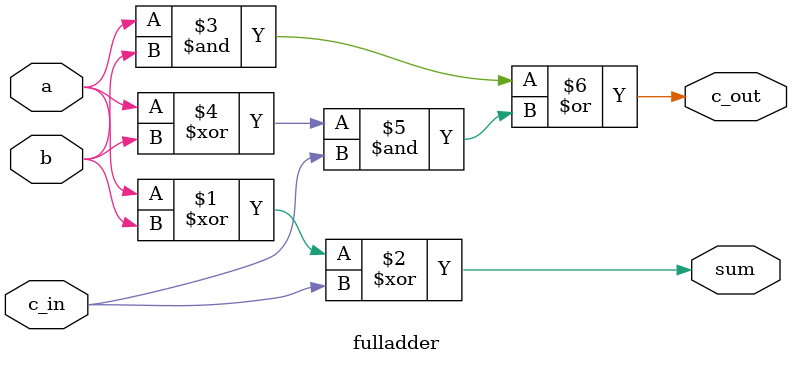
<source format=v>
module fulladder(a,b,c_in,sum,c_out);
  input a,b,c_in;
  output sum,c_out;
  
  assign sum = a ^ b ^ c_in;
  assign c_out = (a&b) | ((a^b) & c_in);
  
endmodule
</source>
